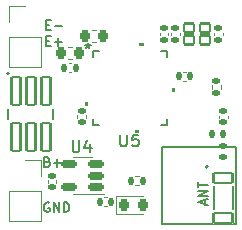
<source format=gbr>
%TF.GenerationSoftware,KiCad,Pcbnew,7.0.10*%
%TF.CreationDate,2024-03-11T17:01:08-07:00*%
%TF.ProjectId,P2.0,50322e30-2e6b-4696-9361-645f70636258,rev?*%
%TF.SameCoordinates,Original*%
%TF.FileFunction,Legend,Top*%
%TF.FilePolarity,Positive*%
%FSLAX46Y46*%
G04 Gerber Fmt 4.6, Leading zero omitted, Abs format (unit mm)*
G04 Created by KiCad (PCBNEW 7.0.10) date 2024-03-11 17:01:08*
%MOMM*%
%LPD*%
G01*
G04 APERTURE LIST*
G04 Aperture macros list*
%AMRoundRect*
0 Rectangle with rounded corners*
0 $1 Rounding radius*
0 $2 $3 $4 $5 $6 $7 $8 $9 X,Y pos of 4 corners*
0 Add a 4 corners polygon primitive as box body*
4,1,4,$2,$3,$4,$5,$6,$7,$8,$9,$2,$3,0*
0 Add four circle primitives for the rounded corners*
1,1,$1+$1,$2,$3*
1,1,$1+$1,$4,$5*
1,1,$1+$1,$6,$7*
1,1,$1+$1,$8,$9*
0 Add four rect primitives between the rounded corners*
20,1,$1+$1,$2,$3,$4,$5,0*
20,1,$1+$1,$4,$5,$6,$7,0*
20,1,$1+$1,$6,$7,$8,$9,0*
20,1,$1+$1,$8,$9,$2,$3,0*%
G04 Aperture macros list end*
%ADD10C,0.150000*%
%ADD11C,0.120000*%
%ADD12C,0.127000*%
%ADD13C,0.200000*%
%ADD14C,0.152400*%
%ADD15RoundRect,0.140000X0.140000X0.170000X-0.140000X0.170000X-0.140000X-0.170000X0.140000X-0.170000X0*%
%ADD16RoundRect,0.135000X-0.135000X-0.185000X0.135000X-0.185000X0.135000X0.185000X-0.135000X0.185000X0*%
%ADD17RoundRect,0.102000X-0.800000X0.400000X-0.800000X-0.400000X0.800000X-0.400000X0.800000X0.400000X0*%
%ADD18RoundRect,0.147500X-0.172500X0.147500X-0.172500X-0.147500X0.172500X-0.147500X0.172500X0.147500X0*%
%ADD19RoundRect,0.150000X0.512500X0.150000X-0.512500X0.150000X-0.512500X-0.150000X0.512500X-0.150000X0*%
%ADD20RoundRect,0.140000X0.170000X-0.140000X0.170000X0.140000X-0.170000X0.140000X-0.170000X-0.140000X0*%
%ADD21R,1.700000X1.700000*%
%ADD22O,1.700000X1.700000*%
%ADD23RoundRect,0.102000X-0.425000X-0.375000X0.425000X-0.375000X0.425000X0.375000X-0.425000X0.375000X0*%
%ADD24RoundRect,0.140000X-0.170000X0.140000X-0.170000X-0.140000X0.170000X-0.140000X0.170000X0.140000X0*%
%ADD25RoundRect,0.147500X-0.147500X-0.172500X0.147500X-0.172500X0.147500X0.172500X-0.147500X0.172500X0*%
%ADD26RoundRect,0.225000X0.225000X0.250000X-0.225000X0.250000X-0.225000X-0.250000X0.225000X-0.250000X0*%
%ADD27RoundRect,0.135000X-0.185000X0.135000X-0.185000X-0.135000X0.185000X-0.135000X0.185000X0.135000X0*%
%ADD28RoundRect,0.102000X-0.380000X-1.200000X0.380000X-1.200000X0.380000X1.200000X-0.380000X1.200000X0*%
%ADD29RoundRect,0.218750X-0.218750X-0.256250X0.218750X-0.256250X0.218750X0.256250X-0.218750X0.256250X0*%
%ADD30R,0.762000X0.203200*%
%ADD31R,0.203200X0.762000*%
%ADD32R,4.699000X4.699000*%
G04 APERTURE END LIST*
D10*
X88100000Y-62387500D02*
X94350000Y-62387500D01*
X94350000Y-68862500D01*
X88100000Y-68862500D01*
X88100000Y-62387500D01*
X78410826Y-63610247D02*
X78525112Y-63648342D01*
X78525112Y-63648342D02*
X78563207Y-63686438D01*
X78563207Y-63686438D02*
X78601303Y-63762628D01*
X78601303Y-63762628D02*
X78601303Y-63876914D01*
X78601303Y-63876914D02*
X78563207Y-63953104D01*
X78563207Y-63953104D02*
X78525112Y-63991200D01*
X78525112Y-63991200D02*
X78448922Y-64029295D01*
X78448922Y-64029295D02*
X78144160Y-64029295D01*
X78144160Y-64029295D02*
X78144160Y-63229295D01*
X78144160Y-63229295D02*
X78410826Y-63229295D01*
X78410826Y-63229295D02*
X78487017Y-63267390D01*
X78487017Y-63267390D02*
X78525112Y-63305485D01*
X78525112Y-63305485D02*
X78563207Y-63381676D01*
X78563207Y-63381676D02*
X78563207Y-63457866D01*
X78563207Y-63457866D02*
X78525112Y-63534057D01*
X78525112Y-63534057D02*
X78487017Y-63572152D01*
X78487017Y-63572152D02*
X78410826Y-63610247D01*
X78410826Y-63610247D02*
X78144160Y-63610247D01*
X78944160Y-63724533D02*
X79553684Y-63724533D01*
X79248922Y-64029295D02*
X79248922Y-63419771D01*
X78314160Y-52025247D02*
X78580826Y-52025247D01*
X78695112Y-52444295D02*
X78314160Y-52444295D01*
X78314160Y-52444295D02*
X78314160Y-51644295D01*
X78314160Y-51644295D02*
X78695112Y-51644295D01*
X79037970Y-52139533D02*
X79647494Y-52139533D01*
X91765723Y-67248935D02*
X91765723Y-66867982D01*
X91994295Y-67325125D02*
X91194295Y-67058458D01*
X91194295Y-67058458D02*
X91994295Y-66791792D01*
X91994295Y-66525125D02*
X91194295Y-66525125D01*
X91194295Y-66525125D02*
X91994295Y-66067982D01*
X91994295Y-66067982D02*
X91194295Y-66067982D01*
X91194295Y-65801316D02*
X91194295Y-65344173D01*
X91994295Y-65572745D02*
X91194295Y-65572745D01*
X78314160Y-53375247D02*
X78580826Y-53375247D01*
X78695112Y-53794295D02*
X78314160Y-53794295D01*
X78314160Y-53794295D02*
X78314160Y-52994295D01*
X78314160Y-52994295D02*
X78695112Y-52994295D01*
X79037970Y-53489533D02*
X79647494Y-53489533D01*
X79342732Y-53794295D02*
X79342732Y-53184771D01*
X78558207Y-67107390D02*
X78482017Y-67069295D01*
X78482017Y-67069295D02*
X78367731Y-67069295D01*
X78367731Y-67069295D02*
X78253445Y-67107390D01*
X78253445Y-67107390D02*
X78177255Y-67183580D01*
X78177255Y-67183580D02*
X78139160Y-67259771D01*
X78139160Y-67259771D02*
X78101064Y-67412152D01*
X78101064Y-67412152D02*
X78101064Y-67526438D01*
X78101064Y-67526438D02*
X78139160Y-67678819D01*
X78139160Y-67678819D02*
X78177255Y-67755009D01*
X78177255Y-67755009D02*
X78253445Y-67831200D01*
X78253445Y-67831200D02*
X78367731Y-67869295D01*
X78367731Y-67869295D02*
X78443922Y-67869295D01*
X78443922Y-67869295D02*
X78558207Y-67831200D01*
X78558207Y-67831200D02*
X78596303Y-67793104D01*
X78596303Y-67793104D02*
X78596303Y-67526438D01*
X78596303Y-67526438D02*
X78443922Y-67526438D01*
X78939160Y-67869295D02*
X78939160Y-67069295D01*
X78939160Y-67069295D02*
X79396303Y-67869295D01*
X79396303Y-67869295D02*
X79396303Y-67069295D01*
X79777255Y-67869295D02*
X79777255Y-67069295D01*
X79777255Y-67069295D02*
X79967731Y-67069295D01*
X79967731Y-67069295D02*
X80082017Y-67107390D01*
X80082017Y-67107390D02*
X80158207Y-67183580D01*
X80158207Y-67183580D02*
X80196302Y-67259771D01*
X80196302Y-67259771D02*
X80234398Y-67412152D01*
X80234398Y-67412152D02*
X80234398Y-67526438D01*
X80234398Y-67526438D02*
X80196302Y-67678819D01*
X80196302Y-67678819D02*
X80158207Y-67755009D01*
X80158207Y-67755009D02*
X80082017Y-67831200D01*
X80082017Y-67831200D02*
X79967731Y-67869295D01*
X79967731Y-67869295D02*
X79777255Y-67869295D01*
X80538095Y-61804819D02*
X80538095Y-62614342D01*
X80538095Y-62614342D02*
X80585714Y-62709580D01*
X80585714Y-62709580D02*
X80633333Y-62757200D01*
X80633333Y-62757200D02*
X80728571Y-62804819D01*
X80728571Y-62804819D02*
X80919047Y-62804819D01*
X80919047Y-62804819D02*
X81014285Y-62757200D01*
X81014285Y-62757200D02*
X81061904Y-62709580D01*
X81061904Y-62709580D02*
X81109523Y-62614342D01*
X81109523Y-62614342D02*
X81109523Y-61804819D01*
X82014285Y-62138152D02*
X82014285Y-62804819D01*
X81776190Y-61757200D02*
X81538095Y-62471485D01*
X81538095Y-62471485D02*
X82157142Y-62471485D01*
X84563095Y-61329819D02*
X84563095Y-62139342D01*
X84563095Y-62139342D02*
X84610714Y-62234580D01*
X84610714Y-62234580D02*
X84658333Y-62282200D01*
X84658333Y-62282200D02*
X84753571Y-62329819D01*
X84753571Y-62329819D02*
X84944047Y-62329819D01*
X84944047Y-62329819D02*
X85039285Y-62282200D01*
X85039285Y-62282200D02*
X85086904Y-62234580D01*
X85086904Y-62234580D02*
X85134523Y-62139342D01*
X85134523Y-62139342D02*
X85134523Y-61329819D01*
X86086904Y-61329819D02*
X85610714Y-61329819D01*
X85610714Y-61329819D02*
X85563095Y-61806009D01*
X85563095Y-61806009D02*
X85610714Y-61758390D01*
X85610714Y-61758390D02*
X85705952Y-61710771D01*
X85705952Y-61710771D02*
X85944047Y-61710771D01*
X85944047Y-61710771D02*
X86039285Y-61758390D01*
X86039285Y-61758390D02*
X86086904Y-61806009D01*
X86086904Y-61806009D02*
X86134523Y-61901247D01*
X86134523Y-61901247D02*
X86134523Y-62139342D01*
X86134523Y-62139342D02*
X86086904Y-62234580D01*
X86086904Y-62234580D02*
X86039285Y-62282200D01*
X86039285Y-62282200D02*
X85944047Y-62329819D01*
X85944047Y-62329819D02*
X85705952Y-62329819D01*
X85705952Y-62329819D02*
X85610714Y-62282200D01*
X85610714Y-62282200D02*
X85563095Y-62234580D01*
X81825000Y-53604819D02*
X81825000Y-53842914D01*
X81586905Y-53747676D02*
X81825000Y-53842914D01*
X81825000Y-53842914D02*
X82063095Y-53747676D01*
X81682143Y-54033390D02*
X81825000Y-53842914D01*
X81825000Y-53842914D02*
X81967857Y-54033390D01*
D11*
%TO.C,C11*%
X83407836Y-67360000D02*
X83192164Y-67360000D01*
X83407836Y-66640000D02*
X83192164Y-66640000D01*
%TO.C,R18*%
X85846359Y-64870000D02*
X86153641Y-64870000D01*
X85846359Y-65630000D02*
X86153641Y-65630000D01*
%TO.C,C17*%
X90107836Y-56760000D02*
X89892164Y-56760000D01*
X90107836Y-56040000D02*
X89892164Y-56040000D01*
D12*
%TO.C,AE1*%
X94100000Y-65682500D02*
X94100000Y-67642500D01*
X92500000Y-65682500D02*
X92500000Y-67642500D01*
D13*
X92000000Y-64062500D02*
G75*
G03*
X91800000Y-64062500I-100000J0D01*
G01*
X91800000Y-64062500D02*
G75*
G03*
X92000000Y-64062500I100000J0D01*
G01*
D11*
%TO.C,U4*%
X81362500Y-66360000D02*
X83162500Y-66360000D01*
X81362500Y-66360000D02*
X80562500Y-66360000D01*
X81362500Y-63240000D02*
X82162500Y-63240000D01*
X81362500Y-63240000D02*
X80562500Y-63240000D01*
%TO.C,C14*%
X80940000Y-59887836D02*
X80940000Y-59672164D01*
X81660000Y-59887836D02*
X81660000Y-59672164D01*
%TO.C,J1*%
X75170000Y-50420000D02*
X76500000Y-50420000D01*
X75170000Y-51750000D02*
X75170000Y-50420000D01*
X75170000Y-53020000D02*
X75170000Y-55620000D01*
X75170000Y-53020000D02*
X77830000Y-53020000D01*
X75170000Y-55620000D02*
X77830000Y-55620000D01*
X77830000Y-53020000D02*
X77830000Y-55620000D01*
D13*
%TO.C,Y1*%
X89453999Y-53254001D02*
G75*
G03*
X89253999Y-53254001I-100000J0D01*
G01*
X89253999Y-53254001D02*
G75*
G03*
X89453999Y-53254001I100000J0D01*
G01*
D11*
%TO.C,C13*%
X88638999Y-52691165D02*
X88638999Y-52906837D01*
X87918999Y-52691165D02*
X87918999Y-52906837D01*
%TO.C,C12*%
X80432836Y-56010000D02*
X80217164Y-56010000D01*
X80432836Y-55290000D02*
X80217164Y-55290000D01*
%TO.C,C18*%
X92518999Y-52906837D02*
X92518999Y-52691165D01*
X93238999Y-52906837D02*
X93238999Y-52691165D01*
%TO.C,C19*%
X82490580Y-53460000D02*
X82209420Y-53460000D01*
X82490580Y-52440000D02*
X82209420Y-52440000D01*
%TO.C,R13*%
X93080000Y-57146359D02*
X93080000Y-57453641D01*
X92320000Y-57146359D02*
X92320000Y-57453641D01*
%TO.C,C16*%
X89588999Y-52691165D02*
X89588999Y-52906837D01*
X88868999Y-52691165D02*
X88868999Y-52906837D01*
%TO.C,C20*%
X80465580Y-54960000D02*
X80184420Y-54960000D01*
X80465580Y-53940000D02*
X80184420Y-53940000D01*
D12*
%TO.C,J2*%
X75075000Y-59980000D02*
X75075000Y-59120000D01*
X78885000Y-59120000D02*
X78885000Y-59980000D01*
D13*
X75180000Y-56150000D02*
G75*
G03*
X74980000Y-56150000I-100000J0D01*
G01*
X74980000Y-56150000D02*
G75*
G03*
X75180000Y-56150000I100000J0D01*
G01*
D11*
%TO.C,C15*%
X92940000Y-59927836D02*
X92940000Y-59712164D01*
X93660000Y-59927836D02*
X93660000Y-59712164D01*
%TO.C,D1*%
X84227500Y-66565000D02*
X84227500Y-68035000D01*
X84227500Y-68035000D02*
X86512500Y-68035000D01*
X86512500Y-66565000D02*
X84227500Y-66565000D01*
%TO.C,BT1*%
X75195000Y-66070000D02*
X75195000Y-68670000D01*
X75195000Y-66070000D02*
X77855000Y-66070000D01*
X75195000Y-68670000D02*
X77855000Y-68670000D01*
X76525000Y-63470000D02*
X77855000Y-63470000D01*
X77855000Y-63470000D02*
X77855000Y-64800000D01*
X77855000Y-66070000D02*
X77855000Y-68670000D01*
%TO.C,C10*%
X78440000Y-65387836D02*
X78440000Y-65172164D01*
X79160000Y-65387836D02*
X79160000Y-65172164D01*
D14*
%TO.C,U5*%
X82254800Y-54225801D02*
X82254800Y-54715660D01*
X82254800Y-59984342D02*
X82254800Y-60474201D01*
X82254800Y-60474201D02*
X82744659Y-60474201D01*
X82744659Y-54225801D02*
X82254800Y-54225801D01*
X88013341Y-60474201D02*
X88503200Y-60474201D01*
X88503200Y-54225801D02*
X88013341Y-54225801D01*
X88503200Y-54715660D02*
X88503200Y-54225801D01*
X88503200Y-60474201D02*
X88503200Y-59984342D01*
G36*
X81823000Y-58940501D02*
G01*
X81569000Y-58940501D01*
X81569000Y-58559501D01*
X81823000Y-58559501D01*
X81823000Y-58940501D01*
G37*
G36*
X86169499Y-61160001D02*
G01*
X85788499Y-61160001D01*
X85788499Y-60906001D01*
X86169499Y-60906001D01*
X86169499Y-61160001D01*
G37*
G36*
X86569501Y-53794001D02*
G01*
X86188501Y-53794001D01*
X86188501Y-53540001D01*
X86569501Y-53540001D01*
X86569501Y-53794001D01*
G37*
G36*
X89189000Y-57740501D02*
G01*
X88935000Y-57740501D01*
X88935000Y-57359501D01*
X89189000Y-57359501D01*
X89189000Y-57740501D01*
G37*
%TD*%
%LPC*%
D15*
%TO.C,C11*%
X83780000Y-67000000D03*
X82820000Y-67000000D03*
%TD*%
D16*
%TO.C,R18*%
X85490000Y-65250000D03*
X86510000Y-65250000D03*
%TD*%
D15*
%TO.C,C17*%
X90480000Y-56400000D03*
X89520000Y-56400000D03*
%TD*%
D17*
%TO.C,AE1*%
X93300000Y-64962500D03*
X93300000Y-68362500D03*
%TD*%
D18*
%TO.C,L2*%
X93300000Y-62262500D03*
X93300000Y-63232500D03*
%TD*%
D19*
%TO.C,U4*%
X82500000Y-65750000D03*
X82500000Y-64800000D03*
X82500000Y-63850000D03*
X80225000Y-63850000D03*
X80225000Y-65750000D03*
%TD*%
D20*
%TO.C,C14*%
X81300000Y-60260000D03*
X81300000Y-59300000D03*
%TD*%
D21*
%TO.C,J1*%
X76500000Y-51750000D03*
D22*
X76500000Y-54290000D03*
%TD*%
D23*
%TO.C,Y1*%
X90378999Y-53329001D03*
X91728999Y-53329001D03*
X91728999Y-52279001D03*
X90378999Y-52279001D03*
%TD*%
D24*
%TO.C,C13*%
X88278999Y-52319001D03*
X88278999Y-53279001D03*
%TD*%
D15*
%TO.C,C12*%
X80805000Y-55650000D03*
X79845000Y-55650000D03*
%TD*%
D25*
%TO.C,L3*%
X92330000Y-61250000D03*
X93300000Y-61250000D03*
%TD*%
D20*
%TO.C,C18*%
X92878999Y-53279001D03*
X92878999Y-52319001D03*
%TD*%
D26*
%TO.C,C19*%
X83125000Y-52950000D03*
X81575000Y-52950000D03*
%TD*%
D27*
%TO.C,R13*%
X92700000Y-56790000D03*
X92700000Y-57810000D03*
%TD*%
D24*
%TO.C,C16*%
X89228999Y-52319001D03*
X89228999Y-53279001D03*
%TD*%
D26*
%TO.C,C20*%
X81100000Y-54450000D03*
X79550000Y-54450000D03*
%TD*%
D28*
%TO.C,J2*%
X75710000Y-57600000D03*
X76980000Y-57600000D03*
X78250000Y-57600000D03*
X78250000Y-61500000D03*
X76980000Y-61500000D03*
X75710000Y-61500000D03*
%TD*%
D20*
%TO.C,C15*%
X93300000Y-60300000D03*
X93300000Y-59340000D03*
%TD*%
D29*
%TO.C,D1*%
X84925000Y-67300000D03*
X86500000Y-67300000D03*
%TD*%
D21*
%TO.C,BT1*%
X76525000Y-64800000D03*
D22*
X76525000Y-67340000D03*
%TD*%
D20*
%TO.C,C10*%
X78800000Y-65760000D03*
X78800000Y-64800000D03*
%TD*%
D30*
%TO.C,U5*%
X82458000Y-55150000D03*
X82458000Y-55550002D03*
X82458000Y-55950001D03*
X82458000Y-56350000D03*
X82458000Y-56750002D03*
X82458000Y-57150001D03*
X82458000Y-57550001D03*
X82458000Y-57950000D03*
X82458000Y-58350002D03*
X82458000Y-58750001D03*
X82458000Y-59150000D03*
X82458000Y-59550002D03*
D31*
X83178999Y-60271001D03*
X83579001Y-60271001D03*
X83979000Y-60271001D03*
X84378999Y-60271001D03*
X84779001Y-60271001D03*
X85179000Y-60271001D03*
X85579000Y-60271001D03*
X85978999Y-60271001D03*
X86379001Y-60271001D03*
X86779000Y-60271001D03*
X87178999Y-60271001D03*
X87579001Y-60271001D03*
D30*
X88300000Y-59550002D03*
X88300000Y-59150000D03*
X88300000Y-58750001D03*
X88300000Y-58350002D03*
X88300000Y-57950000D03*
X88300000Y-57550001D03*
X88300000Y-57150001D03*
X88300000Y-56750002D03*
X88300000Y-56350000D03*
X88300000Y-55950001D03*
X88300000Y-55550002D03*
X88300000Y-55150000D03*
D31*
X87579001Y-54429001D03*
X87178999Y-54429001D03*
X86779000Y-54429001D03*
X86379001Y-54429001D03*
X85978999Y-54429001D03*
X85579000Y-54429001D03*
X85179000Y-54429001D03*
X84779001Y-54429001D03*
X84378999Y-54429001D03*
X83979000Y-54429001D03*
X83579001Y-54429001D03*
X83178999Y-54429001D03*
D32*
X85379000Y-57350001D03*
%TD*%
%LPD*%
M02*

</source>
